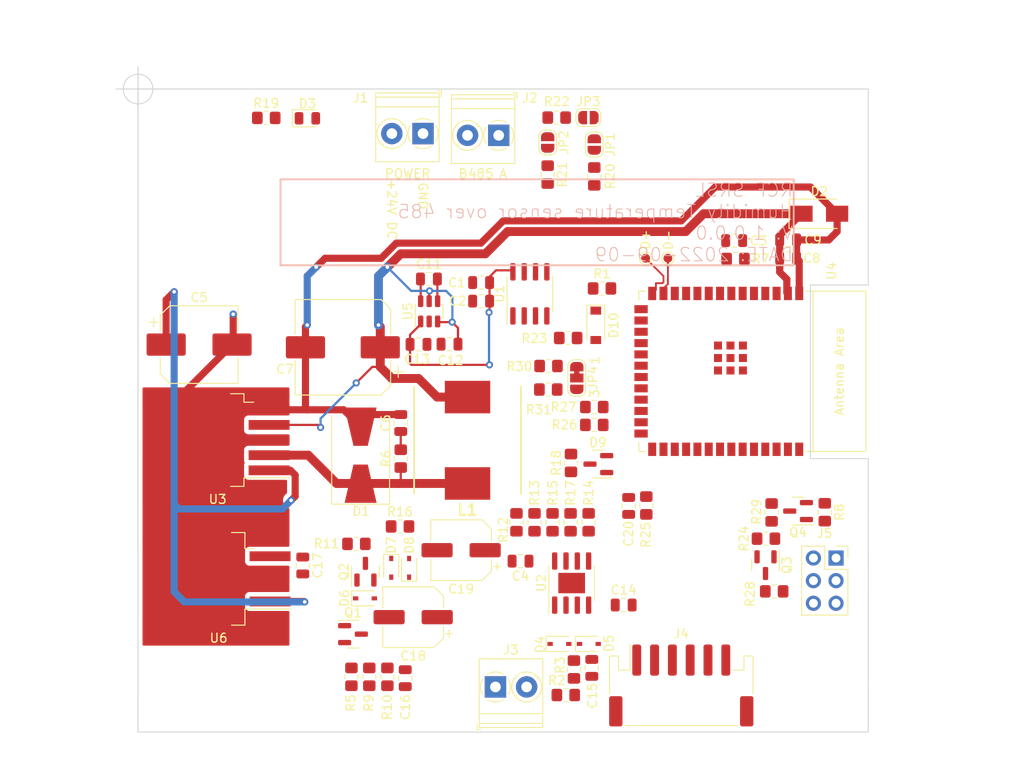
<source format=kicad_pcb>
(kicad_pcb (version 20211014) (generator pcbnew)
  (title_block (title "Humidity Temperature sensor over 485") (date "2022-09-09") (rev "1.0.0.0") (company "RCF SRSL"))
  (layers (0 "F.Cu" signal) (31 "B.Cu" signal) (34 "B.Paste" user) (35 "F.Paste" user) (36 "B.SilkS" user "B.Silkscreen") (37 "F.SilkS" user "F.Silkscreen") (38 "B.Mask" user) (39 "F.Mask" user) (44 "Edge.Cuts" user))
  (net 0 "")
  (net 1 "GND")
  (net 2 "+3V3")
  (net 3 "+24V")
  (net 4 "Net-(C6-Pad1)")
  (net 5 "Net-(D1-Pad1)")
  (net 6 "/485+")
  (net 7 "/485-")
  (net 8 "/DE")
  (net 9 "/RESET")
  (net 10 "/SDA")
  (net 11 "/SCL")
  (net 12 "+15V")
  (net 13 "/EN")
  (net 14 "Net-(R12-Pad2)")
  (net 15 "/RX")
  (net 16 "/TX")
  (net 17 "/ALERT")
  (net 18 "-12V")
  (net 19 "Net-(D3-Pad2)")
  (net 20 "Net-(JP1-Pad2)")
  (net 21 "Net-(JP2-Pad2)")
  (net 22 "Net-(C15-Pad1)")
  (net 23 "/OP_NEG_V_PWM")
  (net 24 "Net-(C16-Pad2)")
  (net 25 "Net-(C18-Pad1)")
  (net 26 "Net-(C18-Pad2)")
  (net 27 "Net-(JP3-Pad1)")
  (net 28 "+5V")
  (net 29 "Net-(C11-Pad1)")
  (net 30 "Net-(C11-Pad2)")
  (net 31 "/PT1000_ADC")
  (net 32 "Net-(D6-Pad1)")
  (net 33 "Net-(D7-Pad1)")
  (net 34 "Net-(J3-Pad1)")
  (net 35 "Net-(Q1-Pad1)")
  (net 36 "Net-(R14-Pad1)")
  (net 37 "Net-(R14-Pad2)")
  (net 38 "Net-(R15-Pad2)")
  (net 39 "Net-(R17-Pad2)")
  (net 42 "Net-(D10-Pad1)")
  (net 43 "/U0RXD")
  (net 44 "/U0TXD")
  (net 45 "/DTR")
  (net 46 "/RTS")
  (net 47 "Net-(JP4-Pad1)")
  (net 48 "Net-(JP4-Pad2)")
  (net 49 "Net-(JP4-Pad3)")
  (net 50 "Net-(Q3-Pad1)")
  (net 51 "Net-(Q3-Pad3)")
  (net 52 "Net-(Q4-Pad1)")
  (net 53 "Net-(Q4-Pad3)")
  (net 54 "/GPIO0")
  (net 74 "/D+")
  (net 75 "/D-")
  (footprint "Diode_SMD:D_SOD-123" (layer "F.Cu") (at 141.400802 117.530598 -90)
    (fp_text reference "D10")
    (fp_text value "STPS0520Z")
  )
  (footprint "Resistor_SMD:R_0805_2012Metric_Pad1.20x1.40mm_HandSolder" (layer "F.Cu") (at 136.0932 122.099 180)
    (fp_text reference "R30")
    (fp_text value "10K")
  )
  (footprint "Resistor_SMD:R_0805_2012Metric_Pad1.20x1.40mm_HandSolder" (layer "F.Cu") (at 138.57115 139.6494 90)
    (fp_text reference "R17")
    (fp_text value "3k3")
  )
  (footprint "Diode_SMD:D_SOD-323" (layer "F.Cu") (at 140.6222 153.3059)
    (fp_text reference "D5")
    (fp_text value "1N4148WS")
  )
  (footprint "Resistor_SMD:R_0805_2012Metric_Pad1.20x1.40mm_HandSolder" (layer "F.Cu") (at 119.5 132.5 90)
    (fp_text reference "R6")
    (fp_text value "10R")
  )
  (footprint "Package_TO_SOT_SMD:TO-263-2" (layer "F.Cu") (at 99.0512 146 180)
    (fp_text reference "U6")
    (fp_text value "L7815")
  )
  (footprint "Capacitor_SMD:CP_Elec_10x10.5" (layer "F.Cu") (at 113 120 180)
    (fp_text reference "C7")
    (fp_text value "1000uF/10V")
  )
  (footprint "MountingHole:MountingHole_4.3mm_M4" (layer "F.Cu") (at 95 96)
    (fp_text reference "REF**")
    (fp_text value "MountingHole_4.3mm_M4")
  )
  (footprint "Resistor_SMD:R_0805_2012Metric_Pad1.20x1.40mm_HandSolder" (layer "F.Cu") (at 141.2324 100.81 90)
    (fp_text reference "R20")
    (fp_text value "370R")
  )
  (footprint "Resistor_SMD:R_0805_2012Metric_Pad1.20x1.40mm_HandSolder" (layer "F.Cu") (at 119.4208 140.116)
    (fp_text reference "R16")
    (fp_text value "10R")
  )
  (footprint "Resistor_SMD:R_0805_2012Metric_Pad1.20x1.40mm_HandSolder" (layer "F.Cu") (at 137.009 94.206 180)
    (fp_text reference "R22")
    (fp_text value "120R")
  )
  (footprint "Resistor_SMD:R_0805_2012Metric_Pad1.20x1.40mm_HandSolder" (layer "F.Cu") (at 136.0678 124.7406)
    (fp_text reference "R31")
    (fp_text value "10K")
  )
  (footprint "Resistor_SMD:R_0805_2012Metric_Pad1.20x1.40mm_HandSolder" (layer "F.Cu") (at 161.1454 138.5412 -90)
    (fp_text reference "R29")
    (fp_text value "0R")
  )
  (footprint "Diode_SMD:D_SOD-323" (layer "F.Cu") (at 118.4302 144.7556 -90)
    (fp_text reference "D7")
    (fp_text value "1N4148WS")
  )
  (footprint "Resistor_SMD:R_0805_2012Metric_Pad1.20x1.40mm_HandSolder" (layer "F.Cu") (at 161.4342 147.4058)
    (fp_text reference "R28")
    (fp_text value "0R")
  )
  (footprint "Resistor_SMD:R_0805_2012Metric_Pad1.20x1.40mm_HandSolder" (layer "F.Cu") (at 141.2318 128.7114 180)
    (fp_text reference "R26")
    (fp_text value "10K")
  )
  (footprint "Espressif:ESP32-S3-WROOM-1" (layer "F.Cu") (at 155.9844 122.701 -90)
    (fp_text reference "U4")
    (fp_text value "ESP32-S3-WROOM-1-N16R8")
  )
  (footprint "Package_TO_SOT_SMD:TO-263-5_TabPin3" (layer "F.Cu") (at 98.9408 130.4132 180)
    (fp_text reference "U3")
    (fp_text value "LM2576D2TR4-3.3G")
  )
  (footprint "Capacitor_SMD:C_0805_2012Metric" (layer "F.Cu") (at 121.496 119.669)
    (fp_text reference "C13")
    (fp_text value "10uF")
  )
  (footprint "Capacitor_SMD:C_0805_2012Metric" (layer "F.Cu") (at 144.5338 148.9371)
    (fp_text reference "C14")
    (fp_text value "100nF")
  )
  (footprint "Package_TO_SOT_SMD:TSOT-23-6" (layer "F.Cu") (at 122.6898 115.9606 90)
    (fp_text reference "U5")
    (fp_text value "CAT3200TDI-GT3")
  )
  (footprint "Capacitor_SMD:C_0805_2012Metric" (layer "F.Cu") (at 140.9524 155.9983 -90)
    (fp_text reference "C15")
    (fp_text value "100nF")
  )
  (footprint "Diode_SMD:D_SOD-323" (layer "F.Cu") (at 120.4368 144.7642 90)
    (fp_text reference "D8")
    (fp_text value "1N4148WS")
  )
  (footprint "Resistor_SMD:R_0805_2012Metric_Pad1.20x1.40mm_HandSolder" (layer "F.Cu") (at 132.4942 139.6494 90)
    (fp_text reference "R12")
    (fp_text value "1K")
  )
  (footprint "Capacitor_SMD:C_0805_2012Metric" (layer "F.Cu") (at 124.9758 119.6436)
    (fp_text reference "C12")
    (fp_text value "1uF")
  )
  (footprint "Resistor_SMD:R_0805_2012Metric_Pad1.20x1.40mm_HandSolder" (layer "F.Cu") (at 167.1144 138.5158 -90)
    (fp_text reference "R8")
    (fp_text value "10K")
  )
  (footprint "Resistor_SMD:R_0805_2012Metric_Pad1.20x1.40mm_HandSolder" (layer "F.Cu") (at 147.0738 137.7611 90)
    (fp_text reference "R25")
    (fp_text value "10K")
  )
  (footprint "Package_TO_SOT_SMD:SOT-23" (layer "F.Cu") (at 115.5346 145.196 90)
    (fp_text reference "Q2")
    (fp_text value "BC817")
  )
  (footprint "Resistor_SMD:R_0805_2012Metric_Pad1.20x1.40mm_HandSolder" (layer "F.Cu") (at 160.5104 141.4876)
    (fp_text reference "R24")
    (fp_text value "10K")
  )
  (footprint "Connector_JST:JST_PH_S6B-PH-SM4-TB_1x06-1MP_P2.00mm_Horizontal" (layer "F.Cu") (at 151 157.9722)
    (fp_text reference "J4")
    (fp_text value "H/T Sensor")
  )
  (footprint "MountingHole:MountingHole_4.3mm_M4" (layer "F.Cu") (at 167 158)
    (fp_text reference "REF**")
    (fp_text value "MountingHole_4.3mm_M4")
  )
  (footprint "Package_TO_SOT_SMD:SOT-23" (layer "F.Cu") (at 114.1376 152.2064)
    (fp_text reference "Q1")
    (fp_text value "BC817")
  )
  (footprint "Diode_SMD:D_SOD-323" (layer "F.Cu") (at 137.3202 153.3059)
    (fp_text reference "D4")
    (fp_text value "1N4148WS")
  )
  (footprint "Capacitor_SMD:C_0805_2012Metric" (layer "F.Cu") (at 108.5 144.5 -90)
    (fp_text reference "C17")
    (fp_text value "1uF/25V")
  )
  (footprint "Diode_SMD:D_SOD-323" (layer "F.Cu") (at 115.4838 148.1932)
    (fp_text reference "D6")
    (fp_text value "1N4148WS")
  )
  (footprint "Resistor_SMD:R_0805_2012Metric_Pad1.20x1.40mm_HandSolder" (layer "F.Cu") (at 138.9458 156.1761 -90)
    (fp_text reference "R3")
    (fp_text value "10K")
  )
  (footprint "Capacitor_SMD:C_0805_2012Metric" (layer "F.Cu") (at 122.6644 112.3284)
    (fp_text reference "C11")
    (fp_text value "1uF")
  )
  (footprint "Resistor_SMD:R_0805_2012Metric_Pad1.20x1.40mm_HandSolder" (layer "F.Cu") (at 142.100802 113.390398)
    (fp_text reference "R1")
    (fp_text value "10K")
  )
  (footprint "Package_SO:SOIC-8-1EP_3.9x4.9mm_P1.27mm_EP2.29x3mm" (layer "F.Cu") (at 138.6918 146.4733 90)
    (fp_text reference "U2")
    (fp_text value "TL082")
  )
  (footprint "Capacitor_SMD:C_0805_2012Metric" (layer "F.Cu") (at 132.9514 144.0095 180)
    (fp_text reference "C4")
    (fp_text value "100nF")
  )
  (footprint "Diode_SMD:D_SMB-SMC_Universal_Handsoldering" (layer "F.Cu") (at 114.9936 132.115 90)
    (fp_text reference "D1")
    (fp_text value "VS-30BQ060HM3/9AT")
  )
  (footprint "Resistor_SMD:R_0805_2012Metric_Pad1.20x1.40mm_HandSolder" (layer "F.Cu") (at 136 100.6058 -90)
    (fp_text reference "R21")
    (fp_text value "370R")
  )
  (footprint "Jumper:SolderJumper-3_P1.3mm_Bridged12_RoundedPad1.0x1.5mm_NumberLabels" (layer "F.Cu") (at 139.2682 123.4452 -90)
    (fp_text reference "JP4")
    (fp_text value "UART_BOOT_MSG")
  )
  (footprint "Capacitor_SMD:CP_Elec_6.3x7.7" (layer "F.Cu") (at 120.894 150.3014 180)
    (fp_text reference "C18")
    (fp_text value "100uF/25V")
  )
  (footprint "Package_TO_SOT_SMD:SOT-23" (layer "F.Cu") (at 164.1172 138.3888 180)
    (fp_text reference "Q4")
    (fp_text value "BC817")
  )
  (footprint "Resistor_SMD:R_0805_2012Metric_Pad1.20x1.40mm_HandSolder" (layer "F.Cu") (at 118 157 -90)
    (fp_text reference "R10")
    (fp_text value "100R")
  )
  (footprint "Resistor_SMD:R_0805_2012Metric_Pad1.20x1.40mm_HandSolder" (layer "F.Cu") (at 138.6156 132.9859 90)
    (fp_text reference "R18")
    (fp_text value "10K")
  )
  (footprint "Capacitor_SMD:C_0805_2012Metric" (layer "F.Cu") (at 120.0066 157.15 90)
    (fp_text reference "C16")
    (fp_text value "1nF")
  )
  (footprint "Diode_SMD:D_SMA" (layer "F.Cu") (at 166.5 105)
    (fp_text reference "D2")
    (fp_text value "3.9V/1W")
  )
  (footprint "LED_SMD:LED_0805_2012Metric" (layer "F.Cu") (at 109.0168 94.2848)
    (fp_text reference "D3")
    (fp_text value "PWR")
  )
  (footprint "Resistor_SMD:R_0805_2012Metric_Pad1.20x1.40mm_HandSolder" (layer "F.Cu") (at 114.5186 142.0718 180)
    (fp_text reference "R11")
    (fp_text value "10K")
  )
  (footprint "Capacitor_SMD:C_0805_2012Metric" (layer "F.Cu") (at 119.5 128.5 90)
    (fp_text reference "C6")
    (fp_text value "1nF/10V")
  )
  (footprint "Capacitor_SMD:CP_Elec_6.3x7.7" (layer "F.Cu") (at 126.2788 142.783 180)
    (fp_text reference "C19")
    (fp_text value "100uF/25V")
  )
  (footprint "Capacitor_SMD:C_0805_2012Metric" (layer "F.Cu") (at 128.523002 114.812798)
    (fp_text reference "C2")
    (fp_text value "100nF")
  )
  (footprint "Jumper:SolderJumper-2_P1.3mm_Open_RoundedPad1.0x1.5mm" (layer "F.Cu") (at 136 97 -90)
    (fp_text reference "JP2")
    (fp_text value "BIAS-")
  )
  (footprint "Resistor_SMD:R_0805_2012Metric_Pad1.20x1.40mm_HandSolder" (layer "F.Cu") (at 113.9614 157 90)
    (fp_text reference "R5")
    (fp_text value "10K")
  )
  (footprint "TerminalBlock_Phoenix:TerminalBlock_Phoenix_PT-1,5-2-3.5-H_1x02_P3.50mm_Horizontal" (layer "F.Cu") (at 130.5 96.2 180)
    (fp_text reference "J2")
    (fp_text value "485")
  )
  (footprint "Jumper:SolderJumper-2_P1.3mm_Open_RoundedPad1.0x1.5mm" (layer "F.Cu") (at 141.2324 97.2286 -90)
    (fp_text reference "JP1")
    (fp_text value "BIAS+")
  )
  (footprint "TerminalBlock_Phoenix:TerminalBlock_Phoenix_PT-1,5-2-3.5-H_1x02_P3.50mm_Horizontal" (layer "F.Cu") (at 122 96 180)
    (fp_text reference "J1")
    (fp_text value "POWER")
  )
  (footprint "Resistor_SMD:R_0805_2012Metric_Pad1.20x1.40mm_HandSolder" (layer "F.Cu") (at 140.5968 139.6494 90)
    (fp_text reference "R14")
    (fp_text value "10K")
  )
  (footprint "MountingHole:MountingHole_4.3mm_M4" (layer "F.Cu") (at 167 96)
    (fp_text reference "REF**")
    (fp_text value "MountingHole_4.3mm_M4")
  )
  (footprint "TestPoint:TestPoint_Pad_D1.0mm" (layer "F.Cu") (at 147 110 -90)
    (fp_text reference "TP1")
    (fp_text value "D+")
  )
  (footprint "Capacitor_SMD:CP_Elec_8x10.5" (layer "F.Cu") (at 96.858 119.6944)
    (fp_text reference "C5")
    (fp_text value "100uF / 50V")
  )
  (footprint "Resistor_SMD:R_0805_2012Metric_Pad1.20x1.40mm_HandSolder" (layer "F.Cu") (at 134.51985 139.6494 -90)
    (fp_text reference "R13")
    (fp_text value "1K")
  )
  (footprint "Resistor_SMD:R_0805_2012Metric_Pad1.20x1.40mm_HandSolder" (layer "F.Cu") (at 115.968 157 -90)
    (fp_text reference "R9")
    (fp_text value "1K")
  )
  (footprint "Capacitor_SMD:C_0805_2012Metric" (layer "F.Cu") (at 156.9388 108.0188)
    (fp_text reference "C3")
    (fp_text value "1uF/16V")
  )
  (footprint "HT485:MSS1210-104KED" (layer "F.Cu") (at 127 130.4386 90)
    (fp_text reference "L1")
    (fp_text value "100uH -MSS1210-104KED" hide)
  )
  (footprint "MountingHole:MountingHole_4.3mm_M4" (layer "F.Cu") (at 95 158)
    (fp_text reference "REF**")
    (fp_text value "MountingHole_4.3mm_M4")
  )
  (footprint "Package_SO:SOIC-8_3.9x4.9mm_P1.27mm" (layer "F.Cu") (at 134 113.999998 90)
    (fp_text reference "U1")
    (fp_text value "MAX14786EAUD+T")
  )
  (footprint "Package_TO_SOT_SMD:SOT-23" (layer "F.Cu") (at 141.689 133.1129 180)
    (fp_text reference "D9")
    (fp_text value "BAV99")
  )
  (footprint "Resistor_SMD:R_0805_2012Metric_Pad1.20x1.40mm_HandSolder" (layer "F.Cu") (at 138.302002 118.952998 180)
    (fp_text reference "R23")
    (fp_text value "4K7")
  )
  (footprint "TerminalBlock_Phoenix:TerminalBlock_Phoenix_PT-1,5-2-3.5-H_1x02_P3.50mm_Horizontal" (layer "F.Cu") (at 130.1346 158.1358)
    (fp_text reference "J3")
    (fp_text value "PT1000")
  )
  (footprint "Resistor_SMD:R_0805_2012Metric_Pad1.20x1.40mm_HandSolder" (layer "F.Cu") (at 157.0912 110.0762)
    (fp_text reference "R7")
    (fp_text value "10K")
  )
  (footprint "Capacitor_SMD:C_0805_2012Metric" (layer "F.Cu") (at 128.523002 112.729998)
    (fp_text reference "C1")
    (fp_text value "4.7uF")
  )
  (footprint "Resistor_SMD:R_0805_2012Metric_Pad1.20x1.40mm_HandSolder" (layer "F.Cu") (at 138.0314 159.0463)
    (fp_text reference "R2")
    (fp_text value "1K 1%")
  )
  (footprint "TestPoint:TestPoint_Pad_D1.0mm" (layer "F.Cu") (at 149.5 110 -90)
    (fp_text reference "TP2")
    (fp_text value "D-")
  )
  (footprint "Capacitor_SMD:C_0805_2012Metric" (layer "F.Cu") (at 163 107.9426)
    (fp_text reference "C9")
    (fp_text value "10uF")
  )
  (footprint "Capacitor_SMD:C_0805_2012Metric" (layer "F.Cu") (at 145.0926 137.8119 90)
    (fp_text reference "C20")
    (fp_text value "100nF")
  )
  (footprint "Resistor_SMD:R_0805_2012Metric_Pad1.20x1.40mm_HandSolder" (layer "F.Cu") (at 136.5455 139.6494 -90)
    (fp_text reference "R15")
    (fp_text value "1K")
  )
  (footprint "Connector_PinSocket_2.54mm:PinSocket_2x03_P2.54mm_Vertical" (layer "F.Cu") (at 168.379 143.6616)
    (fp_text reference "J5")
    (fp_text value "PRG")
  )
  (footprint "Package_TO_SOT_SMD:SOT-23" (layer "F.Cu") (at 160.4596 144.4594 -90)
    (fp_text reference "Q3")
    (fp_text value "BC817")
  )
  (footprint "Resistor_SMD:R_0805_2012Metric_Pad1.20x1.40mm_HandSolder" (layer "F.Cu") (at 104.3968 94.2398)
    (fp_text reference "R19")
    (fp_text value "10K")
  )
  (footprint "Resistor_SMD:R_0805_2012Metric_Pad1.20x1.40mm_HandSolder" (layer "F.Cu") (at 141.2318 126.7048 180)
    (fp_text reference "R27")
    (fp_text value "10K")
  )
  (footprint "Capacitor_SMD:C_0805_2012Metric" (layer "F.Cu") (at 163 110)
    (fp_text reference "C8")
    (fp_text value "100nF")
  )
  (footprint "Jumper:SolderJumper-2_P1.3mm_Open_RoundedPad1.0x1.5mm" (layer "F.Cu") (at 140.572 94.206)
    (fp_text reference "JP3")
    (fp_text value "TERMINATOR")
  )
  (gr_line (start 106 101.1428) (end 163.6268 101.1428) (layer "B.SilkS") (width 0.2))
  (gr_line (start 106 101.1428) (end 106 110.7948) (layer "B.SilkS") (width 0.2))
  (gr_line (start 163.6268 101.1428) (end 163.6268 110.7948) (layer "B.SilkS") (width 0.2))
  (gr_line (start 163.6268 110.7948) (end 106 110.7948) (layer "B.SilkS") (width 0.2))
  (gr_line (start 171.9956 163.2046) (end 89.9956 163.2046) (layer "Edge.Cuts") (width 0.1))
  (gr_line (start 165.5 113) (end 165.5 132.5) (layer "Edge.Cuts") (width 0.1))
  (gr_line (start 165.5 132.5) (end 172 132.5) (layer "Edge.Cuts") (width 0.1))
  (gr_line (start 89.9956 163.2046) (end 90 91) (layer "Edge.Cuts") (width 0.1))
  (gr_line (start 91 91) (end 172 91) (layer "Edge.Cuts") (width 0.1))
  (gr_line (start 172 132.5) (end 171.9956 163.2046) (layer "Edge.Cuts") (width 0.1))
  (gr_line (start 90 91) (end 91 91) (layer "Edge.Cuts") (width 0.1))
  (gr_line (start 172 91) (end 172 113) (layer "Edge.Cuts") (width 0.1))
  (gr_line (start 172 113) (end 165.5 113) (layer "Edge.Cuts") (width 0.1))
  (gr_text "${COMPANY}\n${TITLE}\nV: ${REVISION}\nDATE: ${ISSUE_DATE}\n${COMMENT1}" (at 163.6268 105.9688) (layer "B.SilkS") (effects (font (size 1.5 1.5) (thickness 0.1)) (justify left mirror)))
  (gr_text "A" (at 131 100.5) (layer "F.SilkS") (effects (font (size 1 1))))
  (gr_text "B" (at 126.5 100.5) (layer "F.SilkS") (effects (font (size 1 1))))
  (gr_text "+24V DC" (at 118.5 104.5 270) (layer "F.SilkS") (effects (font (size 1 1))))
  (gr_text "GND" (at 122 103 270) (layer "F.SilkS") (effects (font (size 1 1))))
  (target plus (at 90 91) (size 5) (width 0.1) (layer "Edge.Cuts"))
  (segment (start 119.003143 108.30048) (end 128.503142 108.30048) (width 0.8) (layer "F.Cu") (net 1))
  (segment (start 100.6856 116.2812) (end 100.6856 119.5668) (width 0.8) (layer "F.Cu") (net 1))
  (segment (start 114.9936 128.4936) (end 114.9936 128.915) (width 0.8) (layer "F.Cu") (net 1))
  (segment (start 100.558 119.6944) (end 95.5658 124.6866) (width 0.8) (layer "F.Cu") (net 1))
  (segment (start 108.8 120) (end 108.8 117.7) (width 0.8) (layer "F.Cu") (net 1))
  (segment (start 154.803622 102) (end 165.5 102) (width 0.8) (layer "F.Cu") (net 1))
  (segment (start 119.5 127.55) (end 116.3586 127.55) (width 0.8) (layer "F.Cu") (net 1))
  (segment (start 104.7158 130.4132) (end 95.5658 130.4132) (width 0.8) (layer "F.Cu") (net 1))
  (segment (start 164.2444 110.2944) (end 163.95 110) (width 0.8) (layer "F.Cu") (net 1))
  (segment (start 108.8 120) (end 108.8 126.8264) (width 0.8) (layer "F.Cu") (net 1))
  (segment (start 108.8 126.8264) (end 108.9868 127.0132) (width 0.8) (layer "F.Cu") (net 1))
  (segment (start 113.0918 127.0132) (end 114.9936 128.915) (width 0.8) (layer "F.Cu") (net 1))
  (segment (start 117.303622 110) (end 119.003143 108.30048) (width 0.8) (layer "F.Cu") (net 1))
  (segment (start 128.503142 108.30048) (end 131.003142 105.80048) (width 0.8) (layer "F.Cu") (net 1))
  (segment (start 116.3586 127.55) (end 114.9936 128.915) (width 0.8) (layer "F.Cu") (net 1))
  (segment (start 108.8 117.7) (end 109 117.5) (width 0.8) (layer "F.Cu") (net 1))
  (segment (start 163.95 107.9426) (end 167.5574 107.9426) (width 0.8) (layer "F.Cu") (net 1))
  (segment (start 167.5574 107.9426) (end 168.5 107) (width 0.8) (layer "F.Cu") (net 1))
  (segment (start 108.9868 127.0132) (end 113.0918 127.0132) (width 0.8) (layer "F.Cu") (net 1))
  (segment (start 165.5 102) (end 168.5 105) (width 0.8) (layer "F.Cu") (net 1))
  (segment (start 100.6856 119.5668) (end 100.558 119.6944) (width 0.8) (layer "F.Cu") (net 1))
  (segment (start 168.5 107) (end 168.5 105) (width 0.8) (layer "F.Cu") (net 1))
  (segment (start 163.95 107.9426) (end 163.95 110) (width 0.8) (layer "F.Cu") (net 1))
  (segment (start 164.2444 113.951) (end 164.2444 110.2944) (width 0.8) (layer "F.Cu") (net 1))
  (segment (start 131.003142 105.80048) (end 151.003142 105.80048) (width 0.8) (layer "F.Cu") (net 1))
  (segment (start 151.003142 105.80048) (end 154.803622 102) (width 0.8) (layer "F.Cu") (net 1))
  (segment (start 95.5658 124.6866) (end 95.5658 130.4132) (width 0.8) (layer "F.Cu") (net 1))
  (segment (start 104.7158 127.0132) (end 108.9868 127.0132) (width 0.8) (layer "F.Cu") (net 1))
  (segment (start 111 110) (end 117.303622 110) (width 0.8) (layer "F.Cu") (net 1))
  (segment (start 104.7158 127.0132) (end 98.9658 127.0132) (width 0.8) (layer "F.Cu") (net 1))
  (segment (start 98.9658 127.0132) (end 95.5658 130.4132) (width 0.8) (layer "F.Cu") (net 1))
  (segment (start 110 111) (end 111 110) (width 0.8) (layer "F.Cu") (net 1))
  (via (at 100.6856 116.2812) (size 0.8) (drill 0.4) (layers "F.Cu" "B.Cu") (net 1))
  (via (at 110 111) (size 0.8) (drill 0.4) (layers "F.Cu" "B.Cu") (net 1))
  (via (at 109 117.5) (size 0.8) (drill 0.4) (layers "F.Cu" "B.Cu") (net 1))
  (segment (start 109 117.5) (end 109 112) (width 0.8) (layer "B.Cu") (net 1))
  (segment (start 100.711 116.2558) (end 100.6856 116.2812) (width 0.8) (layer "B.Cu") (net 1))
  (segment (start 109 112) (end 110 111) (width 0.8) (layer "B.Cu") (net 1))
  (segment (start 114.5 124) (end 116.3 122.2) (width 0.25) (layer "F.Cu") (net 2))
  (segment (start 117.2 117.7) (end 117 117.5) (width 1) (layer "F.Cu") (net 2))
  (segment (start 122.6898 114.8231) (end 122.6898 113.708) (width 0.25) (layer "F.Cu") (net 2))
  (segment (start 164.5 105) (end 162.05 107.45) (width 0.8) (layer "F.Cu") (net 2))
  (segment (start 123.5886 125.5886) (end 121.5 123.5) (width 1) (layer "F.Cu") (net 2))
  (segment (start 153.5 105) (end 164.5 105) (width 1) (layer "F.Cu") (net 2))
  (segment (start 162.9744 113.951) (end 162.951 113.951) (width 0.8) (layer "F.Cu") (net 2))
  (segment (start 123.7119 117.1702) (end 123.6398 117.0981) (width 0.25) (layer "F.Cu") (net 2))
  (segment (start 127 125.5886) (end 123.5886 125.5886) (width 1) (layer "F.Cu") (net 2))
  (segment (start 162.853911 113.853911) (end 162.853911 112.353911) (width 0.8) (layer "F.Cu") (net 2))
  (segment (start 151.5 107) (end 153.5 105) (width 1) (layer "F.Cu") (net 2))
  (segment (start 110.2132 128.7132) (end 110.5 129) (width 0.25) (layer "F.Cu") (net 2))
  (segment (start 131.5 107) (end 151.5 107) (width 1) (layer "F.Cu") (net 2))
  (segment (start 118 111) (end 119.5 109.5) (width 1) (layer "F.Cu") (net 2))
  (segment (start 122.6898 113.708) (end 122.7328 113.665) (width 0.25) (layer "F.Cu") (net 2))
  (segment (start 162.05 107.9426) (end 162.05 111.05) (width 0.8) (layer "F.Cu") (net 2))
  (segment (start 121.5 123.5) (end 118.5 123.5) (width 1) (layer "F.Cu") (net 2))
  (segment (start 162.853911 112.353911) (end 162.05 111.55) (width 0.8) (layer "F.Cu") (net 2))
  (segment (start 116.3 122.2) (end 117.2 122.2) (width 0.25) (layer "F.Cu") (net 2))
  (segment (start 117.2 120) (end 117.2 117.7) (width 1) (layer "F.Cu") (net 2))
  (segment (start 125.9258 117.8232) (end 125.9258 119.6436) (width 0.25) (layer "F.Cu") (net 2))
  (segment (start 104.7158 128.7132) (end 110.2132 128.7132) (width 0.25) (layer "F.Cu") (net 2))
  (segment (start 125.2728 117.1702) (end 125.9258 117.8232) (width 0.25) (layer "F.Cu") (net 2))
  (segment (start 119.5 109.5) (end 129 109.5) (width 1) (layer "F.Cu") (net 2))
  (segment (start 125.2728 117.1702) (end 123.7119 117.1702) (width 0.25) (layer "F.Cu") (net 2))
  (segment (start 162.05 111.05) (end 162.05 110) (width 0.8) (layer "F.Cu") (net 2))
  (segment (start 162.951 113.951) (end 162.853911 113.853911) (width 0.8) (layer "F.Cu") (net 2))
  (segment (start 129 109.5) (end 131.5 107) (width 1) (layer "F.Cu") (net 2))
  (segment (start 117.2 122.2) (end 117.2 120) (width 1) (layer "F.Cu") (net 2))
  (segment (start 164.5 105) (end 163.6 105) (width 0.8) (layer "F.Cu") (net 2))
  (segment (start 162.05 111.55) (end 162.05 111.05) (width 0.8) (layer "F.Cu") (net 2))
  (segment (start 162.05 107.45) (end 162.05 107.9426) (width 0.8) (layer "F.Cu") (net 2))
  (segment (start 118.5 123.5) (end 117.2 122.2) (width 1) (layer "F.Cu") (net 2))
  (via (at 125.2728 117.1702) (size 0.8) (drill 0.4) (layers "F.Cu" "B.Cu") (net 2))
  (via (at 117 117.5) (size 0.8) (drill 0.4) (layers "F.Cu" "B.Cu") (net 2))
  (via (at 114.5 124) (size 0.8) (drill 0.4) (layers "F.Cu" "B.Cu") (net 2))
  (via (at 122.7328 113.665) (size 0.8) (drill 0.4) (layers "F.Cu" "B.Cu") (net 2))
  (via (at 118 111) (size 0.8) (drill 0.4) (layers "F.Cu" "B.Cu") (net 2))
  (via (at 110.5 129) (size 0.8) (drill 0.4) (layers "F.Cu" "B.Cu") (net 2))
  (segment (start 110.5 129) (end 110.5 128) (width 0.25) (layer "B.Cu") (net 2))
  (segment (start 124.587 113.665) (end 124.6378 113.7158) (width 0.25) (layer "B.Cu") (net 2))
  (segment (start 122.7328 113.665) (end 124.587 113.665) (width 0.25) (layer "B.Cu") (net 2))
  (segment (start 122.7328 113.665) (end 120.665 113.665) (width 0.25) (layer "B.Cu") (net 2))
  (segment (start 125.2982 117.1448) (end 125.2728 117.1702) (width 0.25) (layer "B.Cu") (net 2))
  (segment (start 120.665 113.665) (end 118 111) (width 0.25) (layer "B.Cu") (net 2))
  (segment (start 117 117.5) (end 117 112) (width 1) (layer "B.Cu") (net 2))
  (segment (start 117 112) (end 118 111) (width 1) (layer "B.Cu") (net 2))
  (segment (start 125.2982 114.3762) (end 125.2982 116.8654) (width 0.25) (layer "B.Cu") (net 2))
  (segment (start 125.2982 116.8654) (end 125.2982 117.1448) (width 0.25) (layer "B.Cu") (net 2))
  (segment (start 124.6378 113.7158) (end 125.2982 114.3762) (width 0.25) (layer "B.Cu") (net 2))
  (segment (start 110.5 128) (end 114.5 124) (width 0.25) (layer "B.Cu") (net 2))
  (segment (start 107.6452 134.3406) (end 107.6452 136.7282) (width 0.8) (layer "F.Cu") (net 3))
  (segment (start 104.7158 133.8132) (end 107.1178 133.8132) (width 0.8) (layer "F.Cu") (net 3))
  (segment (start 93.158 114.6648) (end 94.0562 113.7666) (width 0.8) (layer "F.Cu") (net 3))
  (segment (start 108.662 148.54) (end 108.712 148.59) (width 0.8) (layer "F.Cu") (net 3))
  (segment (start 107.6452 136.7282) (end 107.188 137.1854) (width 0.8) (layer "F.Cu") (net 3))
  (segment (start 93.158 119.6944) (end 93.158 114.6648) (width 0.8) (layer "F.Cu") (net 3))
  (segment (start 104.8262 148.54) (end 108.662 148.54) (width 0.8) (layer "F.Cu") (net 3))
  (segment (start 107.1178 133.8132) (end 107.6452 134.3406) (width 0.8) (layer "F.Cu") (net 3))
  (via (at 107.188 137.1854) (size 0.8) (drill 0.4) (layers "F.Cu" "B.Cu") (net 3))
  (via (at 108.712 148.59) (size 0.8) (drill 0.4) (layers "F.Cu" "B.Cu") (net 3))
  (via (at 94.0562 113.7666) (size 0.8) (drill 0.4) (layers "F.Cu" "B.Cu") (net 3))
  (segment (start 94.0562 113.7666) (end 94.0562 137.6172) (width 0.8) (layer "B.Cu") (net 3))
  (segment (start 94.8436 148.2344) (end 95.1992 148.59) (width 0.8) (layer "B.Cu") (net 3))
  (segment (start 94.0562 147.447) (end 94.8436 148.2344) (width 0.8) (layer "B.Cu") (net 3))
  (segment (start 94.0562 137.6172) (end 94.0562 147.447) (width 0.8) (layer "B.Cu") (net 3))
  (segment (start 106.2228 138.1506) (end 107.188 137.1854) (width 0.8) (layer "B.Cu") (net 3))
  (segment (start 95.1992 148.59) (end 108.712 148.59) (width 0.8) (layer "B.Cu") (net 3))
  (segment (start 94.5896 138.1506) (end 106.2228 138.1506) (width 0.8) (layer "B.Cu") (net 3))
  (segment (start 94.0562 137.6172) (end 94.5896 138.1506) (width 0.8) (layer "B.Cu") (net 3))
  (segment (start 119.5 131.5) (end 119.5 129.45) (width 0.25) (layer "F.Cu") (net 4))
  (segment (start 104.7158 132.1132) (end 109.1132 132.1132) (width 1) (layer "F.Cu") (net 5))
  (segment (start 119.5 135.0772) (end 119.2886 135.2886) (width 0.25) (layer "F.Cu") (net 5))
  (segment (start 109.1132 132.1132) (end 112.2886 135.2886) (width 1) (layer "F.Cu") (net 5))
  (segment (start 119.5 133.5) (end 119.5 135.0772) (width 0.25) (layer "F.Cu") (net 5))
  (segment (start 112.2886 135.2886) (end 119.2886 135.2886) (width 1) (layer "F.Cu") (net 5))
  (segment (start 124.8986 135.315) (end 124.925 135.2886) (width 0.8) (layer "F.Cu") (net 5))
  (segment (start 119.2886 135.2886) (end 127 135.2886) (width 1) (layer "F.Cu") (net 5))
  (segment (start 120.546 119.669) (end 120.546 121.816) (width 0.25) (layer "F.Cu") (net 28))
  (segment (start 129.473002 112.080998) (end 130.2004 111.3536) (width 0.25) (layer "F.Cu") (net 28))
  (segment (start 129.473002 112.729998) (end 129.473002 114.812798) (width 0.25) (layer "F.Cu") (net 28))
  (segment (start 130.2004 111.3536) (end 131.923602 111.3536) (width 0.25) (layer "F.Cu") (net 28))
  (segment (start 129.4638 121.9708) (end 120.7008 121.9708) (width 0.25) (layer "F.Cu") (net 28))
  (segment (start 121.7398 117.0981) (end 121.7398 117.4012) (width 0.25) (layer "F.Cu") (net 28))
  (segment (start 129.473002 112.729998) (end 129.473002 112.080998) (width 0.25) (layer "F.Cu") (net 28))
  (segment (start 120.546 121.816) (end 120.5484 121.8184) (width 0.25) (layer "F.Cu") (net 28))
  (segment (start 120.7008 121.9708) (end 120.5484 121.8184) (width 0.25) (layer "F.Cu") (net 28))
  (segment (start 121.7398 117.4012) (end 120.546 118.595) (width 0.25) (layer "F.Cu") (net 28))
  (segment (start 129.473002 116.017998) (end 129.413 116.078) (width 0.25) (layer "F.Cu") (net 28))
  (segment (start 129.473002 114.812798) (end 129.473002 116.017998) (width 0.25) (layer "F.Cu") (net 28))
  (segment (start 120.546 118.595) (end 120.546 119.669) (width 0.25) (layer "F.Cu") (net 28))
  (segment (start 131.923602 111.3536) (end 132.095 111.524998) (width 0.25) (layer "F.Cu") (net 28))
  (via (at 129.413 116.078) (size 0.8) (drill 0.4) (layers "F.Cu" "B.Cu") (net 28))
  (via (at 129.4638 121.9708) (size 0.8) (drill 0.4) (layers "F.Cu" "B.Cu") (net 28))
  (segment (start 129.413 121.92) (end 129.4638 121.9708) (width 0.25) (layer "B.Cu") (net 28))
  (segment (start 129.413 116.078) (end 129.413 121.92) (width 0.25) (layer "B.Cu") (net 28))
  (segment (start 121.7398 112.3538) (end 121.7144 112.3284) (width 0.25) (layer "F.Cu") (net 29))
  (segment (start 121.7398 114.8231) (end 121.7398 112.3538) (width 0.25) (layer "F.Cu") (net 29))
  (segment (start 123.6144 114.7977) (end 123.6398 114.8231) (width 0.25) (layer "F.Cu") (net 30))
  (segment (start 123.6144 112.3284) (end 123.6144 114.7977) (width 0.25) (layer "F.Cu") (net 30))
  (segment (start 147.7344 113.951) (end 148.154889 113.530511) (width 0.2) (layer "F.Cu") (net 74))
  (segment (start 148.154889 113.530511) (end 148.154889 112.801489) (width 0.2) (layer "F.Cu") (net 74))
  (segment (start 149 112.6854) (end 149 112) (width 0.2) (layer "F.Cu") (net 74))
  (segment (start 148.154889 112.801489) (end 148.883911 112.801489) (width 0.2) (layer "F.Cu") (net 74))
  (segment (start 148.883911 112.801489) (end 149 112.6854) (width 0.2) (layer "F.Cu") (net 74))
  (segment (start 149 112) (end 147 110) (width 0.2) (layer "F.Cu") (net 74))
  (segment (start 149.5 112.892507) (end 149.5 110) (width 0.2) (layer "F.Cu") (net 75))
  (segment (start 149.0044 113.388107) (end 149.5 112.892507) (width 0.2) (layer "F.Cu") (net 75))
  (segment (start 149.0044 113.951) (end 149.0044 113.388107) (width 0.2) (layer "F.Cu") (net 75))
  (zone (net 1) (net_name "GND") (layer "F.Cu") (name "GND_PWR") (priority 1) (connect_pads yes (clearance 0.508)) (min_thickness 0.254) (fill yes (thermal_gap 0.508) (thermal_bridge_width 0.508))
    (polygon (pts (xy 107 153.5) (xy 90 153.5) (xy 90 124.5) (xy 107 124.5)))
  )
)
</source>
